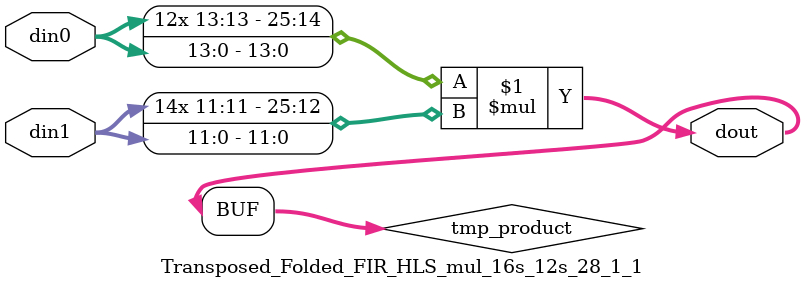
<source format=v>

`timescale 1 ns / 1 ps

 module Transposed_Folded_FIR_HLS_mul_16s_12s_28_1_1(din0, din1, dout);
parameter ID = 1;
parameter NUM_STAGE = 0;
parameter din0_WIDTH = 14;
parameter din1_WIDTH = 12;
parameter dout_WIDTH = 26;

input [din0_WIDTH - 1 : 0] din0; 
input [din1_WIDTH - 1 : 0] din1; 
output [dout_WIDTH - 1 : 0] dout;

wire signed [dout_WIDTH - 1 : 0] tmp_product;



























assign tmp_product = $signed(din0) * $signed(din1);








assign dout = tmp_product;





















endmodule

</source>
